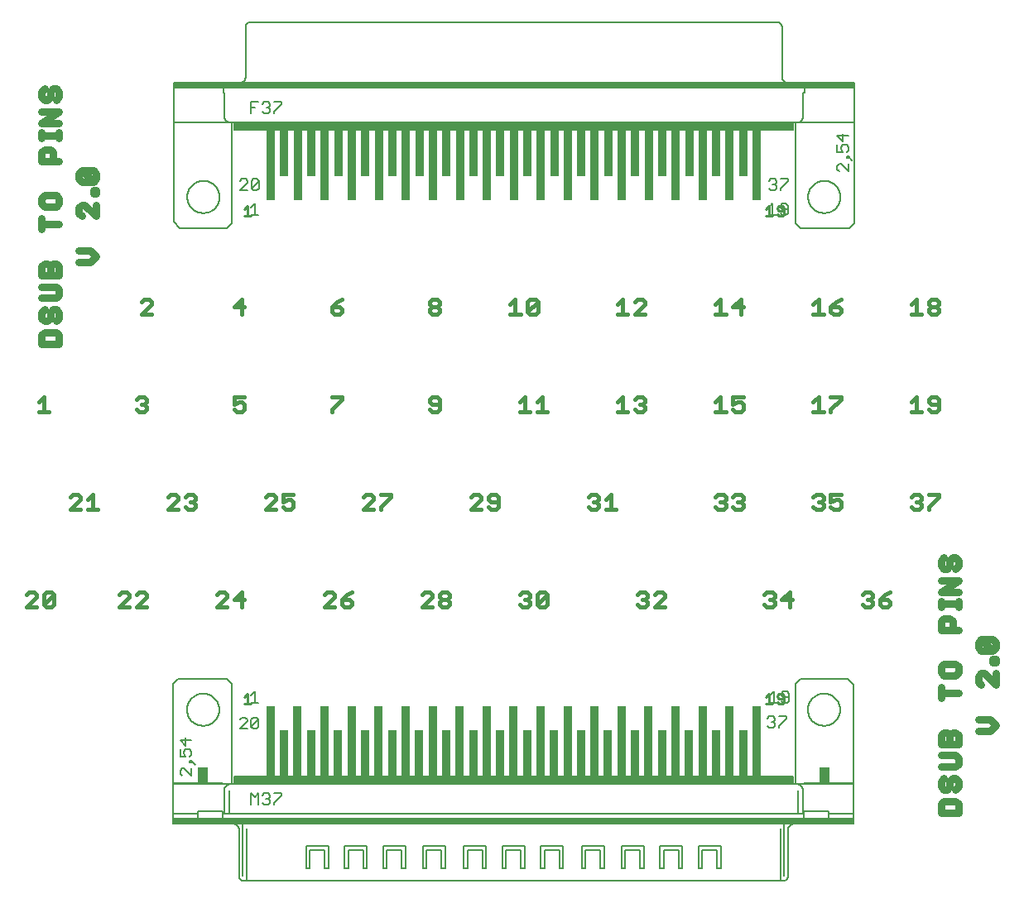
<source format=gto>
G75*
%MOIN*%
%OFA0B0*%
%FSLAX25Y25*%
%IPPOS*%
%LPD*%
%AMOC8*
5,1,8,0,0,1.08239X$1,22.5*
%
%ADD10C,0.01500*%
%ADD11C,0.01000*%
%ADD12C,0.03100*%
%ADD13C,0.00600*%
%ADD14C,0.00500*%
%ADD15R,0.01000X0.09500*%
%ADD16R,0.04000X0.06500*%
%ADD17R,2.25000X0.03000*%
%ADD18R,2.74000X0.02000*%
%ADD19R,0.03200X0.28500*%
%ADD20R,0.03200X0.18500*%
D10*
X0479664Y0111533D02*
X0483734Y0115603D01*
X0483734Y0116620D01*
X0482717Y0117638D01*
X0480682Y0117638D01*
X0479664Y0116620D01*
X0486662Y0116620D02*
X0486662Y0112550D01*
X0490732Y0116620D01*
X0490732Y0112550D01*
X0489715Y0111533D01*
X0487680Y0111533D01*
X0486662Y0112550D01*
X0483734Y0111533D02*
X0479664Y0111533D01*
X0486662Y0116620D02*
X0487680Y0117638D01*
X0489715Y0117638D01*
X0490732Y0116620D01*
X0517066Y0116620D02*
X0518083Y0117638D01*
X0520118Y0117638D01*
X0521136Y0116620D01*
X0521136Y0115603D01*
X0517066Y0111533D01*
X0521136Y0111533D01*
X0524064Y0111533D02*
X0528134Y0115603D01*
X0528134Y0116620D01*
X0527116Y0117638D01*
X0525081Y0117638D01*
X0524064Y0116620D01*
X0524064Y0111533D02*
X0528134Y0111533D01*
X0556436Y0111533D02*
X0560506Y0115603D01*
X0560506Y0116620D01*
X0559488Y0117638D01*
X0557453Y0117638D01*
X0556436Y0116620D01*
X0563434Y0114585D02*
X0567504Y0114585D01*
X0566486Y0111533D02*
X0566486Y0117638D01*
X0563434Y0114585D01*
X0560506Y0111533D02*
X0556436Y0111533D01*
X0599743Y0111533D02*
X0603813Y0115603D01*
X0603813Y0116620D01*
X0602795Y0117638D01*
X0600760Y0117638D01*
X0599743Y0116620D01*
X0606741Y0114585D02*
X0609793Y0114585D01*
X0610811Y0113568D01*
X0610811Y0112550D01*
X0609793Y0111533D01*
X0607758Y0111533D01*
X0606741Y0112550D01*
X0606741Y0114585D01*
X0608776Y0116620D01*
X0610811Y0117638D01*
X0603813Y0111533D02*
X0599743Y0111533D01*
X0639113Y0111533D02*
X0643183Y0115603D01*
X0643183Y0116620D01*
X0642166Y0117638D01*
X0640130Y0117638D01*
X0639113Y0116620D01*
X0646111Y0116620D02*
X0646111Y0115603D01*
X0647128Y0114585D01*
X0649164Y0114585D01*
X0650181Y0113568D01*
X0650181Y0112550D01*
X0649164Y0111533D01*
X0647128Y0111533D01*
X0646111Y0112550D01*
X0646111Y0113568D01*
X0647128Y0114585D01*
X0649164Y0114585D02*
X0650181Y0115603D01*
X0650181Y0116620D01*
X0649164Y0117638D01*
X0647128Y0117638D01*
X0646111Y0116620D01*
X0643183Y0111533D02*
X0639113Y0111533D01*
X0678483Y0112550D02*
X0679501Y0111533D01*
X0681536Y0111533D01*
X0682553Y0112550D01*
X0682553Y0113568D01*
X0681536Y0114585D01*
X0680518Y0114585D01*
X0681536Y0114585D02*
X0682553Y0115603D01*
X0682553Y0116620D01*
X0681536Y0117638D01*
X0679501Y0117638D01*
X0678483Y0116620D01*
X0685481Y0116620D02*
X0685481Y0112550D01*
X0689551Y0116620D01*
X0689551Y0112550D01*
X0688534Y0111533D01*
X0686499Y0111533D01*
X0685481Y0112550D01*
X0685481Y0116620D02*
X0686499Y0117638D01*
X0688534Y0117638D01*
X0689551Y0116620D01*
X0725727Y0116620D02*
X0726745Y0117638D01*
X0728780Y0117638D01*
X0729797Y0116620D01*
X0729797Y0115603D01*
X0728780Y0114585D01*
X0729797Y0113568D01*
X0729797Y0112550D01*
X0728780Y0111533D01*
X0726745Y0111533D01*
X0725727Y0112550D01*
X0727762Y0114585D02*
X0728780Y0114585D01*
X0732725Y0116620D02*
X0733743Y0117638D01*
X0735778Y0117638D01*
X0736795Y0116620D01*
X0736795Y0115603D01*
X0732725Y0111533D01*
X0736795Y0111533D01*
X0776908Y0112550D02*
X0777926Y0111533D01*
X0779961Y0111533D01*
X0780978Y0112550D01*
X0780978Y0113568D01*
X0779961Y0114585D01*
X0778943Y0114585D01*
X0779961Y0114585D02*
X0780978Y0115603D01*
X0780978Y0116620D01*
X0779961Y0117638D01*
X0777926Y0117638D01*
X0776908Y0116620D01*
X0783906Y0114585D02*
X0787976Y0114585D01*
X0786959Y0111533D02*
X0786959Y0117638D01*
X0783906Y0114585D01*
X0816278Y0112550D02*
X0817296Y0111533D01*
X0819331Y0111533D01*
X0820348Y0112550D01*
X0820348Y0113568D01*
X0819331Y0114585D01*
X0818313Y0114585D01*
X0819331Y0114585D02*
X0820348Y0115603D01*
X0820348Y0116620D01*
X0819331Y0117638D01*
X0817296Y0117638D01*
X0816278Y0116620D01*
X0823276Y0114585D02*
X0826329Y0114585D01*
X0827346Y0113568D01*
X0827346Y0112550D01*
X0826329Y0111533D01*
X0824294Y0111533D01*
X0823276Y0112550D01*
X0823276Y0114585D01*
X0825311Y0116620D01*
X0827346Y0117638D01*
X0836981Y0150903D02*
X0835963Y0151920D01*
X0836981Y0150903D02*
X0839016Y0150903D01*
X0840034Y0151920D01*
X0840034Y0152938D01*
X0839016Y0153955D01*
X0837998Y0153955D01*
X0839016Y0153955D02*
X0840034Y0154973D01*
X0840034Y0155990D01*
X0839016Y0157008D01*
X0836981Y0157008D01*
X0835963Y0155990D01*
X0842961Y0157008D02*
X0847031Y0157008D01*
X0847031Y0155990D01*
X0842961Y0151920D01*
X0842961Y0150903D01*
X0807661Y0151920D02*
X0806644Y0150903D01*
X0804609Y0150903D01*
X0803591Y0151920D01*
X0803591Y0153955D02*
X0805626Y0154973D01*
X0806644Y0154973D01*
X0807661Y0153955D01*
X0807661Y0151920D01*
X0803591Y0153955D02*
X0803591Y0157008D01*
X0807661Y0157008D01*
X0800663Y0155990D02*
X0800663Y0154973D01*
X0799646Y0153955D01*
X0800663Y0152938D01*
X0800663Y0151920D01*
X0799646Y0150903D01*
X0797611Y0150903D01*
X0796593Y0151920D01*
X0798628Y0153955D02*
X0799646Y0153955D01*
X0800663Y0155990D02*
X0799646Y0157008D01*
X0797611Y0157008D01*
X0796593Y0155990D01*
X0768291Y0155990D02*
X0768291Y0154973D01*
X0767274Y0153955D01*
X0768291Y0152938D01*
X0768291Y0151920D01*
X0767274Y0150903D01*
X0765239Y0150903D01*
X0764221Y0151920D01*
X0766256Y0153955D02*
X0767274Y0153955D01*
X0768291Y0155990D02*
X0767274Y0157008D01*
X0765239Y0157008D01*
X0764221Y0155990D01*
X0761293Y0155990D02*
X0760276Y0157008D01*
X0758241Y0157008D01*
X0757223Y0155990D01*
X0759258Y0153955D02*
X0760276Y0153955D01*
X0761293Y0152938D01*
X0761293Y0151920D01*
X0760276Y0150903D01*
X0758241Y0150903D01*
X0757223Y0151920D01*
X0760276Y0153955D02*
X0761293Y0154973D01*
X0761293Y0155990D01*
X0717110Y0150903D02*
X0713040Y0150903D01*
X0715075Y0150903D02*
X0715075Y0157008D01*
X0713040Y0154973D01*
X0710112Y0154973D02*
X0709095Y0153955D01*
X0710112Y0152938D01*
X0710112Y0151920D01*
X0709095Y0150903D01*
X0707060Y0150903D01*
X0706042Y0151920D01*
X0708077Y0153955D02*
X0709095Y0153955D01*
X0710112Y0154973D02*
X0710112Y0155990D01*
X0709095Y0157008D01*
X0707060Y0157008D01*
X0706042Y0155990D01*
X0669866Y0155990D02*
X0669866Y0151920D01*
X0668849Y0150903D01*
X0666814Y0150903D01*
X0665796Y0151920D01*
X0666814Y0153955D02*
X0665796Y0154973D01*
X0665796Y0155990D01*
X0666814Y0157008D01*
X0668849Y0157008D01*
X0669866Y0155990D01*
X0669866Y0153955D02*
X0666814Y0153955D01*
X0662868Y0154973D02*
X0658798Y0150903D01*
X0662868Y0150903D01*
X0662868Y0154973D02*
X0662868Y0155990D01*
X0661851Y0157008D01*
X0659816Y0157008D01*
X0658798Y0155990D01*
X0626559Y0155990D02*
X0622489Y0151920D01*
X0622489Y0150903D01*
X0619561Y0150903D02*
X0615491Y0150903D01*
X0619561Y0154973D01*
X0619561Y0155990D01*
X0618544Y0157008D01*
X0616508Y0157008D01*
X0615491Y0155990D01*
X0622489Y0157008D02*
X0626559Y0157008D01*
X0626559Y0155990D01*
X0587189Y0157008D02*
X0583119Y0157008D01*
X0583119Y0153955D01*
X0585154Y0154973D01*
X0586171Y0154973D01*
X0587189Y0153955D01*
X0587189Y0151920D01*
X0586171Y0150903D01*
X0584136Y0150903D01*
X0583119Y0151920D01*
X0580191Y0150903D02*
X0576121Y0150903D01*
X0580191Y0154973D01*
X0580191Y0155990D01*
X0579173Y0157008D01*
X0577138Y0157008D01*
X0576121Y0155990D01*
X0547819Y0155990D02*
X0547819Y0154973D01*
X0546801Y0153955D01*
X0547819Y0152938D01*
X0547819Y0151920D01*
X0546801Y0150903D01*
X0544766Y0150903D01*
X0543749Y0151920D01*
X0545784Y0153955D02*
X0546801Y0153955D01*
X0547819Y0155990D02*
X0546801Y0157008D01*
X0544766Y0157008D01*
X0543749Y0155990D01*
X0540821Y0155990D02*
X0539803Y0157008D01*
X0537768Y0157008D01*
X0536751Y0155990D01*
X0540821Y0155990D02*
X0540821Y0154973D01*
X0536751Y0150903D01*
X0540821Y0150903D01*
X0508449Y0150903D02*
X0504379Y0150903D01*
X0506414Y0150903D02*
X0506414Y0157008D01*
X0504379Y0154973D01*
X0501451Y0154973D02*
X0501451Y0155990D01*
X0500433Y0157008D01*
X0498398Y0157008D01*
X0497381Y0155990D01*
X0501451Y0154973D02*
X0497381Y0150903D01*
X0501451Y0150903D01*
X0488764Y0190273D02*
X0484694Y0190273D01*
X0486729Y0190273D02*
X0486729Y0196378D01*
X0484694Y0194343D01*
X0524064Y0195361D02*
X0525081Y0196378D01*
X0527116Y0196378D01*
X0528134Y0195361D01*
X0528134Y0194343D01*
X0527116Y0193325D01*
X0528134Y0192308D01*
X0528134Y0191290D01*
X0527116Y0190273D01*
X0525081Y0190273D01*
X0524064Y0191290D01*
X0525081Y0190273D01*
X0527116Y0190273D01*
X0528134Y0191290D01*
X0528134Y0192308D01*
X0527116Y0193325D01*
X0526099Y0193325D01*
X0527116Y0193325D01*
X0528134Y0194343D01*
X0528134Y0195361D01*
X0527116Y0196378D01*
X0525081Y0196378D01*
X0524064Y0195361D01*
X0563434Y0196378D02*
X0563434Y0193325D01*
X0565469Y0194343D01*
X0566486Y0194343D01*
X0567504Y0193325D01*
X0567504Y0191290D01*
X0566486Y0190273D01*
X0564451Y0190273D01*
X0563434Y0191290D01*
X0563434Y0196378D02*
X0567504Y0196378D01*
X0602804Y0196378D02*
X0606874Y0196378D01*
X0606874Y0195361D01*
X0602804Y0191290D01*
X0602804Y0190273D01*
X0642174Y0191290D02*
X0643191Y0190273D01*
X0645227Y0190273D01*
X0646244Y0191290D01*
X0646244Y0195361D01*
X0645227Y0196378D01*
X0643191Y0196378D01*
X0642174Y0195361D01*
X0642174Y0194343D01*
X0643191Y0193325D01*
X0646244Y0193325D01*
X0678483Y0194343D02*
X0680518Y0196378D01*
X0680518Y0190273D01*
X0678483Y0190273D02*
X0682553Y0190273D01*
X0685481Y0190273D02*
X0689551Y0190273D01*
X0687516Y0190273D02*
X0687516Y0196378D01*
X0685481Y0194343D01*
X0717853Y0194343D02*
X0719888Y0196378D01*
X0719888Y0190273D01*
X0717853Y0190273D02*
X0721923Y0190273D01*
X0724851Y0191290D02*
X0725869Y0190273D01*
X0727904Y0190273D01*
X0728921Y0191290D01*
X0728921Y0192308D01*
X0727904Y0193325D01*
X0726886Y0193325D01*
X0727904Y0193325D02*
X0728921Y0194343D01*
X0728921Y0195361D01*
X0727904Y0196378D01*
X0725869Y0196378D01*
X0724851Y0195361D01*
X0757223Y0194343D02*
X0759258Y0196378D01*
X0759258Y0190273D01*
X0757223Y0190273D02*
X0761293Y0190273D01*
X0764221Y0191290D02*
X0765239Y0190273D01*
X0767274Y0190273D01*
X0768291Y0191290D01*
X0768291Y0193325D01*
X0767274Y0194343D01*
X0766256Y0194343D01*
X0764221Y0193325D01*
X0764221Y0196378D01*
X0768291Y0196378D01*
X0796593Y0194343D02*
X0798628Y0196378D01*
X0798628Y0190273D01*
X0796593Y0190273D02*
X0800663Y0190273D01*
X0803591Y0190273D02*
X0803591Y0191290D01*
X0807661Y0195361D01*
X0807661Y0196378D01*
X0803591Y0196378D01*
X0835963Y0194343D02*
X0837998Y0196378D01*
X0837998Y0190273D01*
X0835963Y0190273D02*
X0840034Y0190273D01*
X0842961Y0191290D02*
X0843979Y0190273D01*
X0846014Y0190273D01*
X0847031Y0191290D01*
X0847031Y0195361D01*
X0846014Y0196378D01*
X0843979Y0196378D01*
X0842961Y0195361D01*
X0842961Y0194343D01*
X0843979Y0193325D01*
X0847031Y0193325D01*
X0846014Y0229643D02*
X0843979Y0229643D01*
X0842961Y0230660D01*
X0842961Y0231678D01*
X0843979Y0232696D01*
X0846014Y0232696D01*
X0847031Y0231678D01*
X0847031Y0230660D01*
X0846014Y0229643D01*
X0843979Y0229643D01*
X0842961Y0230660D01*
X0842961Y0231678D01*
X0843979Y0232696D01*
X0842961Y0233713D01*
X0842961Y0234731D01*
X0843979Y0235748D01*
X0846014Y0235748D01*
X0847031Y0234731D01*
X0847031Y0233713D01*
X0846014Y0232696D01*
X0843979Y0232696D01*
X0842961Y0233713D01*
X0842961Y0234731D01*
X0843979Y0235748D01*
X0846014Y0235748D01*
X0847031Y0234731D01*
X0847031Y0233713D01*
X0846014Y0232696D01*
X0847031Y0231678D01*
X0847031Y0230660D01*
X0846014Y0229643D01*
X0840034Y0229643D02*
X0835963Y0229643D01*
X0840034Y0229643D01*
X0837998Y0229643D02*
X0837998Y0235748D01*
X0835963Y0233713D01*
X0837998Y0235748D01*
X0837998Y0229643D01*
X0807661Y0230660D02*
X0807661Y0231678D01*
X0806644Y0232696D01*
X0803591Y0232696D01*
X0803591Y0230660D01*
X0804609Y0229643D01*
X0806644Y0229643D01*
X0807661Y0230660D01*
X0803591Y0232696D02*
X0805626Y0234731D01*
X0807661Y0235748D01*
X0798628Y0235748D02*
X0798628Y0229643D01*
X0796593Y0229643D02*
X0800663Y0229643D01*
X0796593Y0233713D02*
X0798628Y0235748D01*
X0768291Y0232696D02*
X0764221Y0232696D01*
X0767274Y0235748D01*
X0767274Y0229643D01*
X0761293Y0229643D02*
X0757223Y0229643D01*
X0759258Y0229643D02*
X0759258Y0235748D01*
X0757223Y0233713D01*
X0728921Y0233713D02*
X0728921Y0234731D01*
X0727904Y0235748D01*
X0725869Y0235748D01*
X0724851Y0234731D01*
X0728921Y0233713D02*
X0724851Y0229643D01*
X0728921Y0229643D01*
X0721923Y0229643D02*
X0717853Y0229643D01*
X0719888Y0229643D02*
X0719888Y0235748D01*
X0717853Y0233713D01*
X0685614Y0234731D02*
X0685614Y0230660D01*
X0684597Y0229643D01*
X0682562Y0229643D01*
X0681544Y0230660D01*
X0685614Y0234731D01*
X0684597Y0235748D01*
X0682562Y0235748D01*
X0681544Y0234731D01*
X0681544Y0230660D01*
X0678616Y0229643D02*
X0674546Y0229643D01*
X0676581Y0229643D02*
X0676581Y0235748D01*
X0674546Y0233713D01*
X0646244Y0233713D02*
X0645227Y0232696D01*
X0643191Y0232696D01*
X0642174Y0233713D01*
X0642174Y0234731D01*
X0643191Y0235748D01*
X0645227Y0235748D01*
X0646244Y0234731D01*
X0646244Y0233713D01*
X0645227Y0232696D02*
X0646244Y0231678D01*
X0646244Y0230660D01*
X0645227Y0229643D01*
X0643191Y0229643D01*
X0642174Y0230660D01*
X0642174Y0231678D01*
X0643191Y0232696D01*
X0606874Y0231678D02*
X0605856Y0232696D01*
X0602804Y0232696D01*
X0602804Y0230660D01*
X0603821Y0229643D01*
X0605856Y0229643D01*
X0606874Y0230660D01*
X0606874Y0231678D01*
X0605856Y0232696D01*
X0602804Y0232696D01*
X0604839Y0234731D01*
X0606874Y0235748D01*
X0604839Y0234731D01*
X0602804Y0232696D01*
X0602804Y0230660D01*
X0603821Y0229643D01*
X0605856Y0229643D01*
X0606874Y0230660D01*
X0606874Y0231678D01*
X0567504Y0232696D02*
X0563434Y0232696D01*
X0566486Y0235748D01*
X0566486Y0229643D01*
X0530102Y0229643D02*
X0526032Y0229643D01*
X0530102Y0233713D01*
X0530102Y0234731D01*
X0529085Y0235748D01*
X0527050Y0235748D01*
X0526032Y0234731D01*
D11*
X0567546Y0269394D02*
X0570215Y0269394D01*
X0568881Y0269394D02*
X0568881Y0273398D01*
X0567546Y0272063D01*
X0777509Y0272063D02*
X0778844Y0273398D01*
X0778844Y0269394D01*
X0780178Y0269394D02*
X0777509Y0269394D01*
X0782113Y0270062D02*
X0782780Y0269394D01*
X0784115Y0269394D01*
X0784782Y0270062D01*
X0784782Y0272731D01*
X0784115Y0273398D01*
X0782780Y0273398D01*
X0782113Y0272731D01*
X0782113Y0272063D01*
X0782780Y0271396D01*
X0784782Y0271396D01*
X0784115Y0076548D02*
X0782780Y0076548D01*
X0782113Y0075880D01*
X0782113Y0075213D01*
X0782780Y0074546D01*
X0784782Y0074546D01*
X0784782Y0075880D02*
X0784115Y0076548D01*
X0784782Y0075880D02*
X0784782Y0073211D01*
X0784115Y0072544D01*
X0782780Y0072544D01*
X0782113Y0073211D01*
X0780178Y0072544D02*
X0777509Y0072544D01*
X0778844Y0072544D02*
X0778844Y0076548D01*
X0777509Y0075213D01*
X0570215Y0072544D02*
X0567546Y0072544D01*
X0568881Y0072544D02*
X0568881Y0076548D01*
X0567546Y0075213D01*
D12*
X0492797Y0217795D02*
X0485891Y0217795D01*
X0485891Y0221248D01*
X0487042Y0222399D01*
X0491646Y0222399D01*
X0492797Y0221248D01*
X0492797Y0217795D01*
X0491646Y0227003D02*
X0492797Y0228154D01*
X0492797Y0230456D01*
X0491646Y0231607D01*
X0490495Y0231607D01*
X0489344Y0230456D01*
X0489344Y0228154D01*
X0488193Y0227003D01*
X0487042Y0227003D01*
X0485891Y0228154D01*
X0485891Y0230456D01*
X0487042Y0231607D01*
X0485891Y0236211D02*
X0491646Y0236211D01*
X0492797Y0237362D01*
X0492797Y0239664D01*
X0491646Y0240815D01*
X0485891Y0240815D01*
X0485891Y0245418D02*
X0485891Y0248871D01*
X0487042Y0250022D01*
X0488193Y0250022D01*
X0489344Y0248871D01*
X0489344Y0245418D01*
X0492797Y0245418D02*
X0485891Y0245418D01*
X0489344Y0248871D02*
X0490495Y0250022D01*
X0491646Y0250022D01*
X0492797Y0248871D01*
X0492797Y0245418D01*
X0500891Y0250790D02*
X0505495Y0250790D01*
X0507797Y0253092D01*
X0505495Y0255394D01*
X0500891Y0255394D01*
X0485891Y0263834D02*
X0485891Y0268438D01*
X0485891Y0266136D02*
X0492797Y0266136D01*
X0491646Y0273042D02*
X0487042Y0273042D01*
X0485891Y0274193D01*
X0485891Y0276495D01*
X0487042Y0277646D01*
X0491646Y0277646D01*
X0492797Y0276495D01*
X0492797Y0274193D01*
X0491646Y0273042D01*
X0500891Y0272658D02*
X0502042Y0273809D01*
X0503193Y0273809D01*
X0507797Y0269205D01*
X0507797Y0273809D01*
X0507797Y0278413D02*
X0507797Y0279564D01*
X0506646Y0279564D01*
X0506646Y0278413D01*
X0507797Y0278413D01*
X0506646Y0283017D02*
X0502042Y0287621D01*
X0506646Y0287621D01*
X0507797Y0286470D01*
X0507797Y0284168D01*
X0506646Y0283017D01*
X0502042Y0283017D01*
X0500891Y0284168D01*
X0500891Y0286470D01*
X0502042Y0287621D01*
X0492797Y0291458D02*
X0485891Y0291458D01*
X0485891Y0294911D01*
X0487042Y0296062D01*
X0489344Y0296062D01*
X0490495Y0294911D01*
X0490495Y0291458D01*
X0492797Y0300666D02*
X0492797Y0302968D01*
X0492797Y0301817D02*
X0485891Y0301817D01*
X0485891Y0300666D02*
X0485891Y0302968D01*
X0485891Y0306804D02*
X0492797Y0311408D01*
X0485891Y0311408D01*
X0485891Y0306804D02*
X0492797Y0306804D01*
X0491646Y0316012D02*
X0492797Y0317163D01*
X0492797Y0319465D01*
X0491646Y0320616D01*
X0490495Y0320616D01*
X0489344Y0319465D01*
X0489344Y0317163D01*
X0488193Y0316012D01*
X0487042Y0316012D01*
X0485891Y0317163D01*
X0485891Y0319465D01*
X0487042Y0320616D01*
X0500891Y0272658D02*
X0500891Y0270356D01*
X0502042Y0269205D01*
X0848096Y0130489D02*
X0848096Y0128187D01*
X0849247Y0127036D01*
X0850398Y0127036D01*
X0851549Y0128187D01*
X0851549Y0130489D01*
X0852700Y0131640D01*
X0853851Y0131640D01*
X0855002Y0130489D01*
X0855002Y0128187D01*
X0853851Y0127036D01*
X0855002Y0122432D02*
X0848096Y0122432D01*
X0848096Y0117828D02*
X0855002Y0122432D01*
X0855002Y0117828D02*
X0848096Y0117828D01*
X0848096Y0113991D02*
X0848096Y0111689D01*
X0848096Y0112840D02*
X0855002Y0112840D01*
X0855002Y0111689D02*
X0855002Y0113991D01*
X0851549Y0107085D02*
X0849247Y0107085D01*
X0848096Y0105934D01*
X0848096Y0102481D01*
X0855002Y0102481D01*
X0852700Y0102481D02*
X0852700Y0105934D01*
X0851549Y0107085D01*
X0863096Y0097494D02*
X0864247Y0098645D01*
X0868851Y0094041D01*
X0870002Y0095192D01*
X0870002Y0097494D01*
X0868851Y0098645D01*
X0864247Y0098645D01*
X0863096Y0097494D02*
X0863096Y0095192D01*
X0864247Y0094041D01*
X0868851Y0094041D01*
X0868851Y0090588D02*
X0870002Y0090588D01*
X0870002Y0089437D01*
X0868851Y0089437D01*
X0868851Y0090588D01*
X0870002Y0084833D02*
X0870002Y0080229D01*
X0865398Y0084833D01*
X0864247Y0084833D01*
X0863096Y0083682D01*
X0863096Y0081380D01*
X0864247Y0080229D01*
X0855002Y0077160D02*
X0848096Y0077160D01*
X0848096Y0074858D02*
X0848096Y0079462D01*
X0849247Y0084066D02*
X0853851Y0084066D01*
X0855002Y0085217D01*
X0855002Y0087519D01*
X0853851Y0088670D01*
X0849247Y0088670D01*
X0848096Y0087519D01*
X0848096Y0085217D01*
X0849247Y0084066D01*
X0863096Y0066417D02*
X0867700Y0066417D01*
X0870002Y0064115D01*
X0867700Y0061813D01*
X0863096Y0061813D01*
X0855002Y0059895D02*
X0855002Y0056442D01*
X0848096Y0056442D01*
X0848096Y0059895D01*
X0849247Y0061046D01*
X0850398Y0061046D01*
X0851549Y0059895D01*
X0851549Y0056442D01*
X0851549Y0059895D02*
X0852700Y0061046D01*
X0853851Y0061046D01*
X0855002Y0059895D01*
X0853851Y0051838D02*
X0848096Y0051838D01*
X0848096Y0047234D02*
X0853851Y0047234D01*
X0855002Y0048385D01*
X0855002Y0050687D01*
X0853851Y0051838D01*
X0853851Y0042630D02*
X0855002Y0041479D01*
X0855002Y0039177D01*
X0853851Y0038026D01*
X0851549Y0039177D02*
X0851549Y0041479D01*
X0852700Y0042630D01*
X0853851Y0042630D01*
X0851549Y0039177D02*
X0850398Y0038026D01*
X0849247Y0038026D01*
X0848096Y0039177D01*
X0848096Y0041479D01*
X0849247Y0042630D01*
X0849247Y0033422D02*
X0848096Y0032271D01*
X0848096Y0028819D01*
X0855002Y0028819D01*
X0855002Y0032271D01*
X0853851Y0033422D01*
X0849247Y0033422D01*
X0848096Y0130489D02*
X0849247Y0131640D01*
D13*
X0810402Y0082800D02*
X0791402Y0082800D01*
X0789402Y0080800D01*
X0789402Y0040300D01*
X0788402Y0040300D01*
X0563402Y0040300D01*
X0562402Y0040300D01*
X0562402Y0080800D01*
X0560402Y0082800D01*
X0540902Y0082800D01*
X0538902Y0080800D01*
X0538902Y0040800D01*
X0558902Y0040800D01*
X0558902Y0040300D01*
X0538902Y0040300D01*
X0538902Y0040800D01*
X0538902Y0040300D02*
X0538902Y0028300D01*
X0548902Y0028300D01*
X0548902Y0029300D01*
X0558902Y0029300D01*
X0558902Y0028300D01*
X0559402Y0028300D01*
X0559402Y0037800D01*
X0559404Y0037898D01*
X0559410Y0037996D01*
X0559419Y0038094D01*
X0559433Y0038191D01*
X0559450Y0038288D01*
X0559471Y0038384D01*
X0559496Y0038479D01*
X0559524Y0038573D01*
X0559557Y0038665D01*
X0559592Y0038757D01*
X0559632Y0038847D01*
X0559674Y0038935D01*
X0559721Y0039022D01*
X0559770Y0039106D01*
X0559823Y0039189D01*
X0559879Y0039269D01*
X0559939Y0039348D01*
X0560001Y0039424D01*
X0560066Y0039497D01*
X0560134Y0039568D01*
X0560205Y0039636D01*
X0560278Y0039701D01*
X0560354Y0039763D01*
X0560433Y0039823D01*
X0560513Y0039879D01*
X0560596Y0039932D01*
X0560680Y0039981D01*
X0560767Y0040028D01*
X0560855Y0040070D01*
X0560945Y0040110D01*
X0561037Y0040145D01*
X0561129Y0040178D01*
X0561223Y0040206D01*
X0561318Y0040231D01*
X0561414Y0040252D01*
X0561511Y0040269D01*
X0561608Y0040283D01*
X0561706Y0040292D01*
X0561804Y0040298D01*
X0561902Y0040300D01*
X0562402Y0040300D02*
X0558902Y0040300D01*
X0563402Y0040300D02*
X0563402Y0043300D01*
X0788402Y0043300D01*
X0788402Y0040300D01*
X0789402Y0040300D02*
X0792902Y0040300D01*
X0792902Y0040800D01*
X0812902Y0040800D01*
X0812902Y0080300D01*
X0810402Y0082800D01*
X0794402Y0070300D02*
X0794404Y0070461D01*
X0794410Y0070621D01*
X0794420Y0070782D01*
X0794434Y0070942D01*
X0794452Y0071102D01*
X0794473Y0071261D01*
X0794499Y0071420D01*
X0794529Y0071578D01*
X0794562Y0071735D01*
X0794600Y0071892D01*
X0794641Y0072047D01*
X0794686Y0072201D01*
X0794735Y0072354D01*
X0794788Y0072506D01*
X0794844Y0072657D01*
X0794905Y0072806D01*
X0794968Y0072954D01*
X0795036Y0073100D01*
X0795107Y0073244D01*
X0795181Y0073386D01*
X0795259Y0073527D01*
X0795341Y0073665D01*
X0795426Y0073802D01*
X0795514Y0073936D01*
X0795606Y0074068D01*
X0795701Y0074198D01*
X0795799Y0074326D01*
X0795900Y0074451D01*
X0796004Y0074573D01*
X0796111Y0074693D01*
X0796221Y0074810D01*
X0796334Y0074925D01*
X0796450Y0075036D01*
X0796569Y0075145D01*
X0796690Y0075250D01*
X0796814Y0075353D01*
X0796940Y0075453D01*
X0797068Y0075549D01*
X0797199Y0075642D01*
X0797333Y0075732D01*
X0797468Y0075819D01*
X0797606Y0075902D01*
X0797745Y0075982D01*
X0797887Y0076058D01*
X0798030Y0076131D01*
X0798175Y0076200D01*
X0798322Y0076266D01*
X0798470Y0076328D01*
X0798620Y0076386D01*
X0798771Y0076441D01*
X0798924Y0076492D01*
X0799078Y0076539D01*
X0799233Y0076582D01*
X0799389Y0076621D01*
X0799545Y0076657D01*
X0799703Y0076688D01*
X0799861Y0076716D01*
X0800020Y0076740D01*
X0800180Y0076760D01*
X0800340Y0076776D01*
X0800500Y0076788D01*
X0800661Y0076796D01*
X0800822Y0076800D01*
X0800982Y0076800D01*
X0801143Y0076796D01*
X0801304Y0076788D01*
X0801464Y0076776D01*
X0801624Y0076760D01*
X0801784Y0076740D01*
X0801943Y0076716D01*
X0802101Y0076688D01*
X0802259Y0076657D01*
X0802415Y0076621D01*
X0802571Y0076582D01*
X0802726Y0076539D01*
X0802880Y0076492D01*
X0803033Y0076441D01*
X0803184Y0076386D01*
X0803334Y0076328D01*
X0803482Y0076266D01*
X0803629Y0076200D01*
X0803774Y0076131D01*
X0803917Y0076058D01*
X0804059Y0075982D01*
X0804198Y0075902D01*
X0804336Y0075819D01*
X0804471Y0075732D01*
X0804605Y0075642D01*
X0804736Y0075549D01*
X0804864Y0075453D01*
X0804990Y0075353D01*
X0805114Y0075250D01*
X0805235Y0075145D01*
X0805354Y0075036D01*
X0805470Y0074925D01*
X0805583Y0074810D01*
X0805693Y0074693D01*
X0805800Y0074573D01*
X0805904Y0074451D01*
X0806005Y0074326D01*
X0806103Y0074198D01*
X0806198Y0074068D01*
X0806290Y0073936D01*
X0806378Y0073802D01*
X0806463Y0073665D01*
X0806545Y0073527D01*
X0806623Y0073386D01*
X0806697Y0073244D01*
X0806768Y0073100D01*
X0806836Y0072954D01*
X0806899Y0072806D01*
X0806960Y0072657D01*
X0807016Y0072506D01*
X0807069Y0072354D01*
X0807118Y0072201D01*
X0807163Y0072047D01*
X0807204Y0071892D01*
X0807242Y0071735D01*
X0807275Y0071578D01*
X0807305Y0071420D01*
X0807331Y0071261D01*
X0807352Y0071102D01*
X0807370Y0070942D01*
X0807384Y0070782D01*
X0807394Y0070621D01*
X0807400Y0070461D01*
X0807402Y0070300D01*
X0807400Y0070139D01*
X0807394Y0069979D01*
X0807384Y0069818D01*
X0807370Y0069658D01*
X0807352Y0069498D01*
X0807331Y0069339D01*
X0807305Y0069180D01*
X0807275Y0069022D01*
X0807242Y0068865D01*
X0807204Y0068708D01*
X0807163Y0068553D01*
X0807118Y0068399D01*
X0807069Y0068246D01*
X0807016Y0068094D01*
X0806960Y0067943D01*
X0806899Y0067794D01*
X0806836Y0067646D01*
X0806768Y0067500D01*
X0806697Y0067356D01*
X0806623Y0067214D01*
X0806545Y0067073D01*
X0806463Y0066935D01*
X0806378Y0066798D01*
X0806290Y0066664D01*
X0806198Y0066532D01*
X0806103Y0066402D01*
X0806005Y0066274D01*
X0805904Y0066149D01*
X0805800Y0066027D01*
X0805693Y0065907D01*
X0805583Y0065790D01*
X0805470Y0065675D01*
X0805354Y0065564D01*
X0805235Y0065455D01*
X0805114Y0065350D01*
X0804990Y0065247D01*
X0804864Y0065147D01*
X0804736Y0065051D01*
X0804605Y0064958D01*
X0804471Y0064868D01*
X0804336Y0064781D01*
X0804198Y0064698D01*
X0804059Y0064618D01*
X0803917Y0064542D01*
X0803774Y0064469D01*
X0803629Y0064400D01*
X0803482Y0064334D01*
X0803334Y0064272D01*
X0803184Y0064214D01*
X0803033Y0064159D01*
X0802880Y0064108D01*
X0802726Y0064061D01*
X0802571Y0064018D01*
X0802415Y0063979D01*
X0802259Y0063943D01*
X0802101Y0063912D01*
X0801943Y0063884D01*
X0801784Y0063860D01*
X0801624Y0063840D01*
X0801464Y0063824D01*
X0801304Y0063812D01*
X0801143Y0063804D01*
X0800982Y0063800D01*
X0800822Y0063800D01*
X0800661Y0063804D01*
X0800500Y0063812D01*
X0800340Y0063824D01*
X0800180Y0063840D01*
X0800020Y0063860D01*
X0799861Y0063884D01*
X0799703Y0063912D01*
X0799545Y0063943D01*
X0799389Y0063979D01*
X0799233Y0064018D01*
X0799078Y0064061D01*
X0798924Y0064108D01*
X0798771Y0064159D01*
X0798620Y0064214D01*
X0798470Y0064272D01*
X0798322Y0064334D01*
X0798175Y0064400D01*
X0798030Y0064469D01*
X0797887Y0064542D01*
X0797745Y0064618D01*
X0797606Y0064698D01*
X0797468Y0064781D01*
X0797333Y0064868D01*
X0797199Y0064958D01*
X0797068Y0065051D01*
X0796940Y0065147D01*
X0796814Y0065247D01*
X0796690Y0065350D01*
X0796569Y0065455D01*
X0796450Y0065564D01*
X0796334Y0065675D01*
X0796221Y0065790D01*
X0796111Y0065907D01*
X0796004Y0066027D01*
X0795900Y0066149D01*
X0795799Y0066274D01*
X0795701Y0066402D01*
X0795606Y0066532D01*
X0795514Y0066664D01*
X0795426Y0066798D01*
X0795341Y0066935D01*
X0795259Y0067073D01*
X0795181Y0067214D01*
X0795107Y0067356D01*
X0795036Y0067500D01*
X0794968Y0067646D01*
X0794905Y0067794D01*
X0794844Y0067943D01*
X0794788Y0068094D01*
X0794735Y0068246D01*
X0794686Y0068399D01*
X0794641Y0068553D01*
X0794600Y0068708D01*
X0794562Y0068865D01*
X0794529Y0069022D01*
X0794499Y0069180D01*
X0794473Y0069339D01*
X0794452Y0069498D01*
X0794434Y0069658D01*
X0794420Y0069818D01*
X0794410Y0069979D01*
X0794404Y0070139D01*
X0794402Y0070300D01*
X0812902Y0040800D02*
X0812902Y0040300D01*
X0812902Y0028300D01*
X0812902Y0026300D01*
X0802902Y0026300D01*
X0802902Y0028300D01*
X0802902Y0029300D01*
X0792902Y0029300D01*
X0792902Y0028300D01*
X0792402Y0028300D01*
X0792402Y0037800D01*
X0792400Y0037898D01*
X0792394Y0037996D01*
X0792385Y0038094D01*
X0792371Y0038191D01*
X0792354Y0038288D01*
X0792333Y0038384D01*
X0792308Y0038479D01*
X0792280Y0038573D01*
X0792247Y0038665D01*
X0792212Y0038757D01*
X0792172Y0038847D01*
X0792130Y0038935D01*
X0792083Y0039022D01*
X0792034Y0039106D01*
X0791981Y0039189D01*
X0791925Y0039269D01*
X0791865Y0039348D01*
X0791803Y0039424D01*
X0791738Y0039497D01*
X0791670Y0039568D01*
X0791599Y0039636D01*
X0791526Y0039701D01*
X0791450Y0039763D01*
X0791371Y0039823D01*
X0791291Y0039879D01*
X0791208Y0039932D01*
X0791124Y0039981D01*
X0791037Y0040028D01*
X0790949Y0040070D01*
X0790859Y0040110D01*
X0790767Y0040145D01*
X0790675Y0040178D01*
X0790581Y0040206D01*
X0790486Y0040231D01*
X0790390Y0040252D01*
X0790293Y0040269D01*
X0790196Y0040283D01*
X0790098Y0040292D01*
X0790000Y0040298D01*
X0789902Y0040300D01*
X0792902Y0040300D02*
X0812902Y0040300D01*
X0812902Y0028300D02*
X0802902Y0028300D01*
X0802902Y0026300D02*
X0792902Y0026300D01*
X0558902Y0026300D01*
X0558902Y0028300D01*
X0559402Y0028300D02*
X0792402Y0028300D01*
X0792902Y0028300D02*
X0792902Y0026300D01*
X0788902Y0024300D02*
X0788804Y0024298D01*
X0788706Y0024292D01*
X0788608Y0024283D01*
X0788511Y0024269D01*
X0788414Y0024252D01*
X0788318Y0024231D01*
X0788223Y0024206D01*
X0788129Y0024178D01*
X0788037Y0024145D01*
X0787945Y0024110D01*
X0787855Y0024070D01*
X0787767Y0024028D01*
X0787680Y0023981D01*
X0787596Y0023932D01*
X0787513Y0023879D01*
X0787433Y0023823D01*
X0787354Y0023763D01*
X0787278Y0023701D01*
X0787205Y0023636D01*
X0787134Y0023568D01*
X0787066Y0023497D01*
X0787001Y0023424D01*
X0786939Y0023348D01*
X0786879Y0023269D01*
X0786823Y0023189D01*
X0786770Y0023106D01*
X0786721Y0023022D01*
X0786674Y0022935D01*
X0786632Y0022847D01*
X0786592Y0022757D01*
X0786557Y0022665D01*
X0786524Y0022573D01*
X0786496Y0022479D01*
X0786471Y0022384D01*
X0786450Y0022288D01*
X0786433Y0022191D01*
X0786419Y0022094D01*
X0786410Y0021996D01*
X0786404Y0021898D01*
X0786402Y0021800D01*
X0786402Y0003300D01*
X0784902Y0003300D02*
X0784902Y0024300D01*
X0812902Y0024300D01*
X0812902Y0026300D01*
X0784902Y0024300D02*
X0566902Y0024300D01*
X0538902Y0024300D01*
X0538902Y0026300D01*
X0548902Y0026300D01*
X0558902Y0026300D01*
X0562902Y0024300D02*
X0563000Y0024298D01*
X0563098Y0024292D01*
X0563196Y0024283D01*
X0563293Y0024269D01*
X0563390Y0024252D01*
X0563486Y0024231D01*
X0563581Y0024206D01*
X0563675Y0024178D01*
X0563767Y0024145D01*
X0563859Y0024110D01*
X0563949Y0024070D01*
X0564037Y0024028D01*
X0564124Y0023981D01*
X0564208Y0023932D01*
X0564291Y0023879D01*
X0564371Y0023823D01*
X0564450Y0023763D01*
X0564526Y0023701D01*
X0564599Y0023636D01*
X0564670Y0023568D01*
X0564738Y0023497D01*
X0564803Y0023424D01*
X0564865Y0023348D01*
X0564925Y0023269D01*
X0564981Y0023189D01*
X0565034Y0023106D01*
X0565083Y0023022D01*
X0565130Y0022935D01*
X0565172Y0022847D01*
X0565212Y0022757D01*
X0565247Y0022665D01*
X0565280Y0022573D01*
X0565308Y0022479D01*
X0565333Y0022384D01*
X0565354Y0022288D01*
X0565371Y0022191D01*
X0565385Y0022094D01*
X0565394Y0021996D01*
X0565400Y0021898D01*
X0565402Y0021800D01*
X0565402Y0003300D01*
X0566902Y0003300D02*
X0566902Y0024300D01*
X0568402Y0022300D02*
X0568402Y0001300D01*
X0783402Y0001300D01*
X0783402Y0022300D01*
X0759402Y0015300D02*
X0759402Y0006300D01*
X0757902Y0006300D01*
X0757902Y0013800D01*
X0751902Y0013800D01*
X0751902Y0006300D01*
X0750402Y0006300D01*
X0750402Y0015300D01*
X0759402Y0015300D01*
X0743902Y0015300D02*
X0743902Y0006300D01*
X0742402Y0006300D01*
X0742402Y0013800D01*
X0736402Y0013800D01*
X0736402Y0006300D01*
X0734902Y0006300D01*
X0734902Y0015300D01*
X0743902Y0015300D01*
X0728402Y0015300D02*
X0728402Y0006300D01*
X0726902Y0006300D01*
X0726902Y0013800D01*
X0720902Y0013800D01*
X0720902Y0006300D01*
X0719402Y0006300D01*
X0719402Y0015300D01*
X0728402Y0015300D01*
X0712402Y0015300D02*
X0712402Y0006300D01*
X0710902Y0006300D01*
X0710902Y0013800D01*
X0704902Y0013800D01*
X0704902Y0006300D01*
X0703402Y0006300D01*
X0703402Y0015300D01*
X0712402Y0015300D01*
X0695902Y0015300D02*
X0695902Y0006300D01*
X0694402Y0006300D01*
X0694402Y0013800D01*
X0688402Y0013800D01*
X0688402Y0006300D01*
X0686902Y0006300D01*
X0686902Y0015300D01*
X0695902Y0015300D01*
X0680402Y0015300D02*
X0680402Y0006300D01*
X0678902Y0006300D01*
X0678902Y0013800D01*
X0672902Y0013800D01*
X0672902Y0006300D01*
X0671402Y0006300D01*
X0671402Y0015300D01*
X0680402Y0015300D01*
X0664902Y0015300D02*
X0664902Y0006300D01*
X0663402Y0006300D01*
X0663402Y0013800D01*
X0657402Y0013800D01*
X0657402Y0006300D01*
X0655902Y0006300D01*
X0655902Y0015300D01*
X0664902Y0015300D01*
X0648402Y0015300D02*
X0648402Y0006300D01*
X0646902Y0006300D01*
X0646902Y0013800D01*
X0640902Y0013800D01*
X0640902Y0006300D01*
X0639402Y0006300D01*
X0639402Y0015300D01*
X0648402Y0015300D01*
X0632402Y0015300D02*
X0632402Y0006300D01*
X0630902Y0006300D01*
X0630902Y0013800D01*
X0624902Y0013800D01*
X0624902Y0006300D01*
X0623402Y0006300D01*
X0623402Y0015300D01*
X0632402Y0015300D01*
X0616902Y0015300D02*
X0616902Y0006300D01*
X0615402Y0006300D01*
X0615402Y0013800D01*
X0609402Y0013800D01*
X0609402Y0006300D01*
X0607902Y0006300D01*
X0607902Y0015300D01*
X0616902Y0015300D01*
X0601402Y0015300D02*
X0601402Y0006300D01*
X0599902Y0006300D01*
X0599902Y0013800D01*
X0593902Y0013800D01*
X0593902Y0006300D01*
X0592402Y0006300D01*
X0592402Y0015300D01*
X0601402Y0015300D01*
X0568402Y0001300D02*
X0567402Y0001300D01*
X0567315Y0001302D01*
X0567228Y0001308D01*
X0567141Y0001317D01*
X0567055Y0001330D01*
X0566969Y0001347D01*
X0566884Y0001368D01*
X0566801Y0001393D01*
X0566718Y0001421D01*
X0566637Y0001452D01*
X0566557Y0001487D01*
X0566479Y0001526D01*
X0566402Y0001568D01*
X0566327Y0001613D01*
X0566255Y0001662D01*
X0566184Y0001713D01*
X0566116Y0001768D01*
X0566051Y0001825D01*
X0565988Y0001886D01*
X0565927Y0001949D01*
X0565870Y0002014D01*
X0565815Y0002082D01*
X0565764Y0002153D01*
X0565715Y0002225D01*
X0565670Y0002300D01*
X0565628Y0002377D01*
X0565589Y0002455D01*
X0565554Y0002535D01*
X0565523Y0002616D01*
X0565495Y0002699D01*
X0565470Y0002782D01*
X0565449Y0002867D01*
X0565432Y0002953D01*
X0565419Y0003039D01*
X0565410Y0003126D01*
X0565404Y0003213D01*
X0565402Y0003300D01*
X0548902Y0026300D02*
X0548902Y0028300D01*
X0538902Y0028300D02*
X0538902Y0026300D01*
X0544402Y0070300D02*
X0544404Y0070461D01*
X0544410Y0070621D01*
X0544420Y0070782D01*
X0544434Y0070942D01*
X0544452Y0071102D01*
X0544473Y0071261D01*
X0544499Y0071420D01*
X0544529Y0071578D01*
X0544562Y0071735D01*
X0544600Y0071892D01*
X0544641Y0072047D01*
X0544686Y0072201D01*
X0544735Y0072354D01*
X0544788Y0072506D01*
X0544844Y0072657D01*
X0544905Y0072806D01*
X0544968Y0072954D01*
X0545036Y0073100D01*
X0545107Y0073244D01*
X0545181Y0073386D01*
X0545259Y0073527D01*
X0545341Y0073665D01*
X0545426Y0073802D01*
X0545514Y0073936D01*
X0545606Y0074068D01*
X0545701Y0074198D01*
X0545799Y0074326D01*
X0545900Y0074451D01*
X0546004Y0074573D01*
X0546111Y0074693D01*
X0546221Y0074810D01*
X0546334Y0074925D01*
X0546450Y0075036D01*
X0546569Y0075145D01*
X0546690Y0075250D01*
X0546814Y0075353D01*
X0546940Y0075453D01*
X0547068Y0075549D01*
X0547199Y0075642D01*
X0547333Y0075732D01*
X0547468Y0075819D01*
X0547606Y0075902D01*
X0547745Y0075982D01*
X0547887Y0076058D01*
X0548030Y0076131D01*
X0548175Y0076200D01*
X0548322Y0076266D01*
X0548470Y0076328D01*
X0548620Y0076386D01*
X0548771Y0076441D01*
X0548924Y0076492D01*
X0549078Y0076539D01*
X0549233Y0076582D01*
X0549389Y0076621D01*
X0549545Y0076657D01*
X0549703Y0076688D01*
X0549861Y0076716D01*
X0550020Y0076740D01*
X0550180Y0076760D01*
X0550340Y0076776D01*
X0550500Y0076788D01*
X0550661Y0076796D01*
X0550822Y0076800D01*
X0550982Y0076800D01*
X0551143Y0076796D01*
X0551304Y0076788D01*
X0551464Y0076776D01*
X0551624Y0076760D01*
X0551784Y0076740D01*
X0551943Y0076716D01*
X0552101Y0076688D01*
X0552259Y0076657D01*
X0552415Y0076621D01*
X0552571Y0076582D01*
X0552726Y0076539D01*
X0552880Y0076492D01*
X0553033Y0076441D01*
X0553184Y0076386D01*
X0553334Y0076328D01*
X0553482Y0076266D01*
X0553629Y0076200D01*
X0553774Y0076131D01*
X0553917Y0076058D01*
X0554059Y0075982D01*
X0554198Y0075902D01*
X0554336Y0075819D01*
X0554471Y0075732D01*
X0554605Y0075642D01*
X0554736Y0075549D01*
X0554864Y0075453D01*
X0554990Y0075353D01*
X0555114Y0075250D01*
X0555235Y0075145D01*
X0555354Y0075036D01*
X0555470Y0074925D01*
X0555583Y0074810D01*
X0555693Y0074693D01*
X0555800Y0074573D01*
X0555904Y0074451D01*
X0556005Y0074326D01*
X0556103Y0074198D01*
X0556198Y0074068D01*
X0556290Y0073936D01*
X0556378Y0073802D01*
X0556463Y0073665D01*
X0556545Y0073527D01*
X0556623Y0073386D01*
X0556697Y0073244D01*
X0556768Y0073100D01*
X0556836Y0072954D01*
X0556899Y0072806D01*
X0556960Y0072657D01*
X0557016Y0072506D01*
X0557069Y0072354D01*
X0557118Y0072201D01*
X0557163Y0072047D01*
X0557204Y0071892D01*
X0557242Y0071735D01*
X0557275Y0071578D01*
X0557305Y0071420D01*
X0557331Y0071261D01*
X0557352Y0071102D01*
X0557370Y0070942D01*
X0557384Y0070782D01*
X0557394Y0070621D01*
X0557400Y0070461D01*
X0557402Y0070300D01*
X0557400Y0070139D01*
X0557394Y0069979D01*
X0557384Y0069818D01*
X0557370Y0069658D01*
X0557352Y0069498D01*
X0557331Y0069339D01*
X0557305Y0069180D01*
X0557275Y0069022D01*
X0557242Y0068865D01*
X0557204Y0068708D01*
X0557163Y0068553D01*
X0557118Y0068399D01*
X0557069Y0068246D01*
X0557016Y0068094D01*
X0556960Y0067943D01*
X0556899Y0067794D01*
X0556836Y0067646D01*
X0556768Y0067500D01*
X0556697Y0067356D01*
X0556623Y0067214D01*
X0556545Y0067073D01*
X0556463Y0066935D01*
X0556378Y0066798D01*
X0556290Y0066664D01*
X0556198Y0066532D01*
X0556103Y0066402D01*
X0556005Y0066274D01*
X0555904Y0066149D01*
X0555800Y0066027D01*
X0555693Y0065907D01*
X0555583Y0065790D01*
X0555470Y0065675D01*
X0555354Y0065564D01*
X0555235Y0065455D01*
X0555114Y0065350D01*
X0554990Y0065247D01*
X0554864Y0065147D01*
X0554736Y0065051D01*
X0554605Y0064958D01*
X0554471Y0064868D01*
X0554336Y0064781D01*
X0554198Y0064698D01*
X0554059Y0064618D01*
X0553917Y0064542D01*
X0553774Y0064469D01*
X0553629Y0064400D01*
X0553482Y0064334D01*
X0553334Y0064272D01*
X0553184Y0064214D01*
X0553033Y0064159D01*
X0552880Y0064108D01*
X0552726Y0064061D01*
X0552571Y0064018D01*
X0552415Y0063979D01*
X0552259Y0063943D01*
X0552101Y0063912D01*
X0551943Y0063884D01*
X0551784Y0063860D01*
X0551624Y0063840D01*
X0551464Y0063824D01*
X0551304Y0063812D01*
X0551143Y0063804D01*
X0550982Y0063800D01*
X0550822Y0063800D01*
X0550661Y0063804D01*
X0550500Y0063812D01*
X0550340Y0063824D01*
X0550180Y0063840D01*
X0550020Y0063860D01*
X0549861Y0063884D01*
X0549703Y0063912D01*
X0549545Y0063943D01*
X0549389Y0063979D01*
X0549233Y0064018D01*
X0549078Y0064061D01*
X0548924Y0064108D01*
X0548771Y0064159D01*
X0548620Y0064214D01*
X0548470Y0064272D01*
X0548322Y0064334D01*
X0548175Y0064400D01*
X0548030Y0064469D01*
X0547887Y0064542D01*
X0547745Y0064618D01*
X0547606Y0064698D01*
X0547468Y0064781D01*
X0547333Y0064868D01*
X0547199Y0064958D01*
X0547068Y0065051D01*
X0546940Y0065147D01*
X0546814Y0065247D01*
X0546690Y0065350D01*
X0546569Y0065455D01*
X0546450Y0065564D01*
X0546334Y0065675D01*
X0546221Y0065790D01*
X0546111Y0065907D01*
X0546004Y0066027D01*
X0545900Y0066149D01*
X0545799Y0066274D01*
X0545701Y0066402D01*
X0545606Y0066532D01*
X0545514Y0066664D01*
X0545426Y0066798D01*
X0545341Y0066935D01*
X0545259Y0067073D01*
X0545181Y0067214D01*
X0545107Y0067356D01*
X0545036Y0067500D01*
X0544968Y0067646D01*
X0544905Y0067794D01*
X0544844Y0067943D01*
X0544788Y0068094D01*
X0544735Y0068246D01*
X0544686Y0068399D01*
X0544641Y0068553D01*
X0544600Y0068708D01*
X0544562Y0068865D01*
X0544529Y0069022D01*
X0544499Y0069180D01*
X0544473Y0069339D01*
X0544452Y0069498D01*
X0544434Y0069658D01*
X0544420Y0069818D01*
X0544410Y0069979D01*
X0544404Y0070139D01*
X0544402Y0070300D01*
X0783402Y0001300D02*
X0784402Y0001300D01*
X0784489Y0001302D01*
X0784576Y0001308D01*
X0784663Y0001317D01*
X0784749Y0001330D01*
X0784835Y0001347D01*
X0784920Y0001368D01*
X0785003Y0001393D01*
X0785086Y0001421D01*
X0785167Y0001452D01*
X0785247Y0001487D01*
X0785325Y0001526D01*
X0785402Y0001568D01*
X0785477Y0001613D01*
X0785549Y0001662D01*
X0785620Y0001713D01*
X0785688Y0001768D01*
X0785753Y0001825D01*
X0785816Y0001886D01*
X0785877Y0001949D01*
X0785934Y0002014D01*
X0785989Y0002082D01*
X0786040Y0002153D01*
X0786089Y0002225D01*
X0786134Y0002300D01*
X0786176Y0002377D01*
X0786215Y0002455D01*
X0786250Y0002535D01*
X0786281Y0002616D01*
X0786309Y0002699D01*
X0786334Y0002782D01*
X0786355Y0002867D01*
X0786372Y0002953D01*
X0786385Y0003039D01*
X0786394Y0003126D01*
X0786400Y0003213D01*
X0786402Y0003300D01*
X0791481Y0264465D02*
X0810981Y0264465D01*
X0812981Y0266465D01*
X0812981Y0306465D01*
X0812981Y0306965D01*
X0792981Y0306965D01*
X0789481Y0306965D01*
X0789481Y0266465D01*
X0791481Y0264465D01*
X0794481Y0276965D02*
X0794483Y0277126D01*
X0794489Y0277286D01*
X0794499Y0277447D01*
X0794513Y0277607D01*
X0794531Y0277767D01*
X0794552Y0277926D01*
X0794578Y0278085D01*
X0794608Y0278243D01*
X0794641Y0278400D01*
X0794679Y0278557D01*
X0794720Y0278712D01*
X0794765Y0278866D01*
X0794814Y0279019D01*
X0794867Y0279171D01*
X0794923Y0279322D01*
X0794984Y0279471D01*
X0795047Y0279619D01*
X0795115Y0279765D01*
X0795186Y0279909D01*
X0795260Y0280051D01*
X0795338Y0280192D01*
X0795420Y0280330D01*
X0795505Y0280467D01*
X0795593Y0280601D01*
X0795685Y0280733D01*
X0795780Y0280863D01*
X0795878Y0280991D01*
X0795979Y0281116D01*
X0796083Y0281238D01*
X0796190Y0281358D01*
X0796300Y0281475D01*
X0796413Y0281590D01*
X0796529Y0281701D01*
X0796648Y0281810D01*
X0796769Y0281915D01*
X0796893Y0282018D01*
X0797019Y0282118D01*
X0797147Y0282214D01*
X0797278Y0282307D01*
X0797412Y0282397D01*
X0797547Y0282484D01*
X0797685Y0282567D01*
X0797824Y0282647D01*
X0797966Y0282723D01*
X0798109Y0282796D01*
X0798254Y0282865D01*
X0798401Y0282931D01*
X0798549Y0282993D01*
X0798699Y0283051D01*
X0798850Y0283106D01*
X0799003Y0283157D01*
X0799157Y0283204D01*
X0799312Y0283247D01*
X0799468Y0283286D01*
X0799624Y0283322D01*
X0799782Y0283353D01*
X0799940Y0283381D01*
X0800099Y0283405D01*
X0800259Y0283425D01*
X0800419Y0283441D01*
X0800579Y0283453D01*
X0800740Y0283461D01*
X0800901Y0283465D01*
X0801061Y0283465D01*
X0801222Y0283461D01*
X0801383Y0283453D01*
X0801543Y0283441D01*
X0801703Y0283425D01*
X0801863Y0283405D01*
X0802022Y0283381D01*
X0802180Y0283353D01*
X0802338Y0283322D01*
X0802494Y0283286D01*
X0802650Y0283247D01*
X0802805Y0283204D01*
X0802959Y0283157D01*
X0803112Y0283106D01*
X0803263Y0283051D01*
X0803413Y0282993D01*
X0803561Y0282931D01*
X0803708Y0282865D01*
X0803853Y0282796D01*
X0803996Y0282723D01*
X0804138Y0282647D01*
X0804277Y0282567D01*
X0804415Y0282484D01*
X0804550Y0282397D01*
X0804684Y0282307D01*
X0804815Y0282214D01*
X0804943Y0282118D01*
X0805069Y0282018D01*
X0805193Y0281915D01*
X0805314Y0281810D01*
X0805433Y0281701D01*
X0805549Y0281590D01*
X0805662Y0281475D01*
X0805772Y0281358D01*
X0805879Y0281238D01*
X0805983Y0281116D01*
X0806084Y0280991D01*
X0806182Y0280863D01*
X0806277Y0280733D01*
X0806369Y0280601D01*
X0806457Y0280467D01*
X0806542Y0280330D01*
X0806624Y0280192D01*
X0806702Y0280051D01*
X0806776Y0279909D01*
X0806847Y0279765D01*
X0806915Y0279619D01*
X0806978Y0279471D01*
X0807039Y0279322D01*
X0807095Y0279171D01*
X0807148Y0279019D01*
X0807197Y0278866D01*
X0807242Y0278712D01*
X0807283Y0278557D01*
X0807321Y0278400D01*
X0807354Y0278243D01*
X0807384Y0278085D01*
X0807410Y0277926D01*
X0807431Y0277767D01*
X0807449Y0277607D01*
X0807463Y0277447D01*
X0807473Y0277286D01*
X0807479Y0277126D01*
X0807481Y0276965D01*
X0807479Y0276804D01*
X0807473Y0276644D01*
X0807463Y0276483D01*
X0807449Y0276323D01*
X0807431Y0276163D01*
X0807410Y0276004D01*
X0807384Y0275845D01*
X0807354Y0275687D01*
X0807321Y0275530D01*
X0807283Y0275373D01*
X0807242Y0275218D01*
X0807197Y0275064D01*
X0807148Y0274911D01*
X0807095Y0274759D01*
X0807039Y0274608D01*
X0806978Y0274459D01*
X0806915Y0274311D01*
X0806847Y0274165D01*
X0806776Y0274021D01*
X0806702Y0273879D01*
X0806624Y0273738D01*
X0806542Y0273600D01*
X0806457Y0273463D01*
X0806369Y0273329D01*
X0806277Y0273197D01*
X0806182Y0273067D01*
X0806084Y0272939D01*
X0805983Y0272814D01*
X0805879Y0272692D01*
X0805772Y0272572D01*
X0805662Y0272455D01*
X0805549Y0272340D01*
X0805433Y0272229D01*
X0805314Y0272120D01*
X0805193Y0272015D01*
X0805069Y0271912D01*
X0804943Y0271812D01*
X0804815Y0271716D01*
X0804684Y0271623D01*
X0804550Y0271533D01*
X0804415Y0271446D01*
X0804277Y0271363D01*
X0804138Y0271283D01*
X0803996Y0271207D01*
X0803853Y0271134D01*
X0803708Y0271065D01*
X0803561Y0270999D01*
X0803413Y0270937D01*
X0803263Y0270879D01*
X0803112Y0270824D01*
X0802959Y0270773D01*
X0802805Y0270726D01*
X0802650Y0270683D01*
X0802494Y0270644D01*
X0802338Y0270608D01*
X0802180Y0270577D01*
X0802022Y0270549D01*
X0801863Y0270525D01*
X0801703Y0270505D01*
X0801543Y0270489D01*
X0801383Y0270477D01*
X0801222Y0270469D01*
X0801061Y0270465D01*
X0800901Y0270465D01*
X0800740Y0270469D01*
X0800579Y0270477D01*
X0800419Y0270489D01*
X0800259Y0270505D01*
X0800099Y0270525D01*
X0799940Y0270549D01*
X0799782Y0270577D01*
X0799624Y0270608D01*
X0799468Y0270644D01*
X0799312Y0270683D01*
X0799157Y0270726D01*
X0799003Y0270773D01*
X0798850Y0270824D01*
X0798699Y0270879D01*
X0798549Y0270937D01*
X0798401Y0270999D01*
X0798254Y0271065D01*
X0798109Y0271134D01*
X0797966Y0271207D01*
X0797824Y0271283D01*
X0797685Y0271363D01*
X0797547Y0271446D01*
X0797412Y0271533D01*
X0797278Y0271623D01*
X0797147Y0271716D01*
X0797019Y0271812D01*
X0796893Y0271912D01*
X0796769Y0272015D01*
X0796648Y0272120D01*
X0796529Y0272229D01*
X0796413Y0272340D01*
X0796300Y0272455D01*
X0796190Y0272572D01*
X0796083Y0272692D01*
X0795979Y0272814D01*
X0795878Y0272939D01*
X0795780Y0273067D01*
X0795685Y0273197D01*
X0795593Y0273329D01*
X0795505Y0273463D01*
X0795420Y0273600D01*
X0795338Y0273738D01*
X0795260Y0273879D01*
X0795186Y0274021D01*
X0795115Y0274165D01*
X0795047Y0274311D01*
X0794984Y0274459D01*
X0794923Y0274608D01*
X0794867Y0274759D01*
X0794814Y0274911D01*
X0794765Y0275064D01*
X0794720Y0275218D01*
X0794679Y0275373D01*
X0794641Y0275530D01*
X0794608Y0275687D01*
X0794578Y0275845D01*
X0794552Y0276004D01*
X0794531Y0276163D01*
X0794513Y0276323D01*
X0794499Y0276483D01*
X0794489Y0276644D01*
X0794483Y0276804D01*
X0794481Y0276965D01*
X0788481Y0303965D02*
X0788481Y0306965D01*
X0789481Y0306965D01*
X0788481Y0306965D02*
X0563481Y0306965D01*
X0563481Y0303965D01*
X0788481Y0303965D01*
X0789981Y0306965D02*
X0790079Y0306967D01*
X0790177Y0306973D01*
X0790275Y0306982D01*
X0790372Y0306996D01*
X0790469Y0307013D01*
X0790565Y0307034D01*
X0790660Y0307059D01*
X0790754Y0307087D01*
X0790846Y0307120D01*
X0790938Y0307155D01*
X0791028Y0307195D01*
X0791116Y0307237D01*
X0791203Y0307284D01*
X0791287Y0307333D01*
X0791370Y0307386D01*
X0791450Y0307442D01*
X0791529Y0307502D01*
X0791605Y0307564D01*
X0791678Y0307629D01*
X0791749Y0307697D01*
X0791817Y0307768D01*
X0791882Y0307841D01*
X0791944Y0307917D01*
X0792004Y0307996D01*
X0792060Y0308076D01*
X0792113Y0308159D01*
X0792162Y0308243D01*
X0792209Y0308330D01*
X0792251Y0308418D01*
X0792291Y0308508D01*
X0792326Y0308600D01*
X0792359Y0308692D01*
X0792387Y0308786D01*
X0792412Y0308881D01*
X0792433Y0308977D01*
X0792450Y0309074D01*
X0792464Y0309171D01*
X0792473Y0309269D01*
X0792479Y0309367D01*
X0792481Y0309465D01*
X0792481Y0318965D01*
X0792981Y0318965D01*
X0792981Y0320965D01*
X0802981Y0320965D01*
X0812981Y0320965D01*
X0812981Y0318965D01*
X0812981Y0306965D01*
X0812981Y0320965D02*
X0812981Y0322965D01*
X0782481Y0322965D01*
X0569481Y0322965D01*
X0538981Y0322965D01*
X0538981Y0320965D01*
X0548981Y0320965D01*
X0558981Y0320965D01*
X0792981Y0320965D01*
X0786481Y0322965D02*
X0786383Y0322967D01*
X0786285Y0322973D01*
X0786187Y0322982D01*
X0786090Y0322996D01*
X0785993Y0323013D01*
X0785897Y0323034D01*
X0785802Y0323059D01*
X0785708Y0323087D01*
X0785616Y0323120D01*
X0785524Y0323155D01*
X0785434Y0323195D01*
X0785346Y0323237D01*
X0785259Y0323284D01*
X0785175Y0323333D01*
X0785092Y0323386D01*
X0785012Y0323442D01*
X0784933Y0323502D01*
X0784857Y0323564D01*
X0784784Y0323629D01*
X0784713Y0323697D01*
X0784645Y0323768D01*
X0784580Y0323841D01*
X0784518Y0323917D01*
X0784458Y0323996D01*
X0784402Y0324076D01*
X0784349Y0324159D01*
X0784300Y0324243D01*
X0784253Y0324330D01*
X0784211Y0324418D01*
X0784171Y0324508D01*
X0784136Y0324600D01*
X0784103Y0324692D01*
X0784075Y0324786D01*
X0784050Y0324881D01*
X0784029Y0324977D01*
X0784012Y0325074D01*
X0783998Y0325171D01*
X0783989Y0325269D01*
X0783983Y0325367D01*
X0783981Y0325465D01*
X0783981Y0345465D01*
X0783979Y0345552D01*
X0783973Y0345639D01*
X0783964Y0345726D01*
X0783951Y0345812D01*
X0783934Y0345898D01*
X0783913Y0345983D01*
X0783888Y0346066D01*
X0783860Y0346149D01*
X0783829Y0346230D01*
X0783794Y0346310D01*
X0783755Y0346388D01*
X0783713Y0346465D01*
X0783668Y0346540D01*
X0783619Y0346612D01*
X0783568Y0346683D01*
X0783513Y0346751D01*
X0783456Y0346816D01*
X0783395Y0346879D01*
X0783332Y0346940D01*
X0783267Y0346997D01*
X0783199Y0347052D01*
X0783128Y0347103D01*
X0783056Y0347152D01*
X0782981Y0347197D01*
X0782904Y0347239D01*
X0782826Y0347278D01*
X0782746Y0347313D01*
X0782665Y0347344D01*
X0782582Y0347372D01*
X0782499Y0347397D01*
X0782414Y0347418D01*
X0782328Y0347435D01*
X0782242Y0347448D01*
X0782155Y0347457D01*
X0782068Y0347463D01*
X0781981Y0347465D01*
X0780981Y0347465D01*
X0570981Y0347465D01*
X0569981Y0347465D01*
X0569894Y0347463D01*
X0569807Y0347457D01*
X0569720Y0347448D01*
X0569634Y0347435D01*
X0569548Y0347418D01*
X0569463Y0347397D01*
X0569380Y0347372D01*
X0569297Y0347344D01*
X0569216Y0347313D01*
X0569136Y0347278D01*
X0569058Y0347239D01*
X0568981Y0347197D01*
X0568906Y0347152D01*
X0568834Y0347103D01*
X0568763Y0347052D01*
X0568695Y0346997D01*
X0568630Y0346940D01*
X0568567Y0346879D01*
X0568506Y0346816D01*
X0568449Y0346751D01*
X0568394Y0346683D01*
X0568343Y0346612D01*
X0568294Y0346540D01*
X0568249Y0346465D01*
X0568207Y0346388D01*
X0568168Y0346310D01*
X0568133Y0346230D01*
X0568102Y0346149D01*
X0568074Y0346066D01*
X0568049Y0345983D01*
X0568028Y0345898D01*
X0568011Y0345812D01*
X0567998Y0345726D01*
X0567989Y0345639D01*
X0567983Y0345552D01*
X0567981Y0345465D01*
X0567981Y0325465D01*
X0567979Y0325367D01*
X0567973Y0325269D01*
X0567964Y0325171D01*
X0567950Y0325074D01*
X0567933Y0324977D01*
X0567912Y0324881D01*
X0567887Y0324786D01*
X0567859Y0324692D01*
X0567826Y0324600D01*
X0567791Y0324508D01*
X0567751Y0324418D01*
X0567709Y0324330D01*
X0567662Y0324243D01*
X0567613Y0324159D01*
X0567560Y0324076D01*
X0567504Y0323996D01*
X0567444Y0323917D01*
X0567382Y0323841D01*
X0567317Y0323768D01*
X0567249Y0323697D01*
X0567178Y0323629D01*
X0567105Y0323564D01*
X0567029Y0323502D01*
X0566950Y0323442D01*
X0566870Y0323386D01*
X0566787Y0323333D01*
X0566703Y0323284D01*
X0566616Y0323237D01*
X0566528Y0323195D01*
X0566438Y0323155D01*
X0566346Y0323120D01*
X0566254Y0323087D01*
X0566160Y0323059D01*
X0566065Y0323034D01*
X0565969Y0323013D01*
X0565872Y0322996D01*
X0565775Y0322982D01*
X0565677Y0322973D01*
X0565579Y0322967D01*
X0565481Y0322965D01*
X0558981Y0320965D02*
X0558981Y0318965D01*
X0559481Y0318965D01*
X0559481Y0309465D01*
X0559483Y0309367D01*
X0559489Y0309269D01*
X0559498Y0309171D01*
X0559512Y0309074D01*
X0559529Y0308977D01*
X0559550Y0308881D01*
X0559575Y0308786D01*
X0559603Y0308692D01*
X0559636Y0308600D01*
X0559671Y0308508D01*
X0559711Y0308418D01*
X0559753Y0308330D01*
X0559800Y0308243D01*
X0559849Y0308159D01*
X0559902Y0308076D01*
X0559958Y0307996D01*
X0560018Y0307917D01*
X0560080Y0307841D01*
X0560145Y0307768D01*
X0560213Y0307697D01*
X0560284Y0307629D01*
X0560357Y0307564D01*
X0560433Y0307502D01*
X0560512Y0307442D01*
X0560592Y0307386D01*
X0560675Y0307333D01*
X0560759Y0307284D01*
X0560846Y0307237D01*
X0560934Y0307195D01*
X0561024Y0307155D01*
X0561116Y0307120D01*
X0561208Y0307087D01*
X0561302Y0307059D01*
X0561397Y0307034D01*
X0561493Y0307013D01*
X0561590Y0306996D01*
X0561687Y0306982D01*
X0561785Y0306973D01*
X0561883Y0306967D01*
X0561981Y0306965D01*
X0562481Y0306965D02*
X0562481Y0266465D01*
X0560481Y0264465D01*
X0541481Y0264465D01*
X0538981Y0266965D01*
X0538981Y0306465D01*
X0538981Y0306965D01*
X0538981Y0318965D01*
X0538981Y0320965D01*
X0538981Y0306965D02*
X0558981Y0306965D01*
X0562481Y0306965D01*
X0563481Y0306965D01*
X0544481Y0276965D02*
X0544483Y0277126D01*
X0544489Y0277286D01*
X0544499Y0277447D01*
X0544513Y0277607D01*
X0544531Y0277767D01*
X0544552Y0277926D01*
X0544578Y0278085D01*
X0544608Y0278243D01*
X0544641Y0278400D01*
X0544679Y0278557D01*
X0544720Y0278712D01*
X0544765Y0278866D01*
X0544814Y0279019D01*
X0544867Y0279171D01*
X0544923Y0279322D01*
X0544984Y0279471D01*
X0545047Y0279619D01*
X0545115Y0279765D01*
X0545186Y0279909D01*
X0545260Y0280051D01*
X0545338Y0280192D01*
X0545420Y0280330D01*
X0545505Y0280467D01*
X0545593Y0280601D01*
X0545685Y0280733D01*
X0545780Y0280863D01*
X0545878Y0280991D01*
X0545979Y0281116D01*
X0546083Y0281238D01*
X0546190Y0281358D01*
X0546300Y0281475D01*
X0546413Y0281590D01*
X0546529Y0281701D01*
X0546648Y0281810D01*
X0546769Y0281915D01*
X0546893Y0282018D01*
X0547019Y0282118D01*
X0547147Y0282214D01*
X0547278Y0282307D01*
X0547412Y0282397D01*
X0547547Y0282484D01*
X0547685Y0282567D01*
X0547824Y0282647D01*
X0547966Y0282723D01*
X0548109Y0282796D01*
X0548254Y0282865D01*
X0548401Y0282931D01*
X0548549Y0282993D01*
X0548699Y0283051D01*
X0548850Y0283106D01*
X0549003Y0283157D01*
X0549157Y0283204D01*
X0549312Y0283247D01*
X0549468Y0283286D01*
X0549624Y0283322D01*
X0549782Y0283353D01*
X0549940Y0283381D01*
X0550099Y0283405D01*
X0550259Y0283425D01*
X0550419Y0283441D01*
X0550579Y0283453D01*
X0550740Y0283461D01*
X0550901Y0283465D01*
X0551061Y0283465D01*
X0551222Y0283461D01*
X0551383Y0283453D01*
X0551543Y0283441D01*
X0551703Y0283425D01*
X0551863Y0283405D01*
X0552022Y0283381D01*
X0552180Y0283353D01*
X0552338Y0283322D01*
X0552494Y0283286D01*
X0552650Y0283247D01*
X0552805Y0283204D01*
X0552959Y0283157D01*
X0553112Y0283106D01*
X0553263Y0283051D01*
X0553413Y0282993D01*
X0553561Y0282931D01*
X0553708Y0282865D01*
X0553853Y0282796D01*
X0553996Y0282723D01*
X0554138Y0282647D01*
X0554277Y0282567D01*
X0554415Y0282484D01*
X0554550Y0282397D01*
X0554684Y0282307D01*
X0554815Y0282214D01*
X0554943Y0282118D01*
X0555069Y0282018D01*
X0555193Y0281915D01*
X0555314Y0281810D01*
X0555433Y0281701D01*
X0555549Y0281590D01*
X0555662Y0281475D01*
X0555772Y0281358D01*
X0555879Y0281238D01*
X0555983Y0281116D01*
X0556084Y0280991D01*
X0556182Y0280863D01*
X0556277Y0280733D01*
X0556369Y0280601D01*
X0556457Y0280467D01*
X0556542Y0280330D01*
X0556624Y0280192D01*
X0556702Y0280051D01*
X0556776Y0279909D01*
X0556847Y0279765D01*
X0556915Y0279619D01*
X0556978Y0279471D01*
X0557039Y0279322D01*
X0557095Y0279171D01*
X0557148Y0279019D01*
X0557197Y0278866D01*
X0557242Y0278712D01*
X0557283Y0278557D01*
X0557321Y0278400D01*
X0557354Y0278243D01*
X0557384Y0278085D01*
X0557410Y0277926D01*
X0557431Y0277767D01*
X0557449Y0277607D01*
X0557463Y0277447D01*
X0557473Y0277286D01*
X0557479Y0277126D01*
X0557481Y0276965D01*
X0557479Y0276804D01*
X0557473Y0276644D01*
X0557463Y0276483D01*
X0557449Y0276323D01*
X0557431Y0276163D01*
X0557410Y0276004D01*
X0557384Y0275845D01*
X0557354Y0275687D01*
X0557321Y0275530D01*
X0557283Y0275373D01*
X0557242Y0275218D01*
X0557197Y0275064D01*
X0557148Y0274911D01*
X0557095Y0274759D01*
X0557039Y0274608D01*
X0556978Y0274459D01*
X0556915Y0274311D01*
X0556847Y0274165D01*
X0556776Y0274021D01*
X0556702Y0273879D01*
X0556624Y0273738D01*
X0556542Y0273600D01*
X0556457Y0273463D01*
X0556369Y0273329D01*
X0556277Y0273197D01*
X0556182Y0273067D01*
X0556084Y0272939D01*
X0555983Y0272814D01*
X0555879Y0272692D01*
X0555772Y0272572D01*
X0555662Y0272455D01*
X0555549Y0272340D01*
X0555433Y0272229D01*
X0555314Y0272120D01*
X0555193Y0272015D01*
X0555069Y0271912D01*
X0554943Y0271812D01*
X0554815Y0271716D01*
X0554684Y0271623D01*
X0554550Y0271533D01*
X0554415Y0271446D01*
X0554277Y0271363D01*
X0554138Y0271283D01*
X0553996Y0271207D01*
X0553853Y0271134D01*
X0553708Y0271065D01*
X0553561Y0270999D01*
X0553413Y0270937D01*
X0553263Y0270879D01*
X0553112Y0270824D01*
X0552959Y0270773D01*
X0552805Y0270726D01*
X0552650Y0270683D01*
X0552494Y0270644D01*
X0552338Y0270608D01*
X0552180Y0270577D01*
X0552022Y0270549D01*
X0551863Y0270525D01*
X0551703Y0270505D01*
X0551543Y0270489D01*
X0551383Y0270477D01*
X0551222Y0270469D01*
X0551061Y0270465D01*
X0550901Y0270465D01*
X0550740Y0270469D01*
X0550579Y0270477D01*
X0550419Y0270489D01*
X0550259Y0270505D01*
X0550099Y0270525D01*
X0549940Y0270549D01*
X0549782Y0270577D01*
X0549624Y0270608D01*
X0549468Y0270644D01*
X0549312Y0270683D01*
X0549157Y0270726D01*
X0549003Y0270773D01*
X0548850Y0270824D01*
X0548699Y0270879D01*
X0548549Y0270937D01*
X0548401Y0270999D01*
X0548254Y0271065D01*
X0548109Y0271134D01*
X0547966Y0271207D01*
X0547824Y0271283D01*
X0547685Y0271363D01*
X0547547Y0271446D01*
X0547412Y0271533D01*
X0547278Y0271623D01*
X0547147Y0271716D01*
X0547019Y0271812D01*
X0546893Y0271912D01*
X0546769Y0272015D01*
X0546648Y0272120D01*
X0546529Y0272229D01*
X0546413Y0272340D01*
X0546300Y0272455D01*
X0546190Y0272572D01*
X0546083Y0272692D01*
X0545979Y0272814D01*
X0545878Y0272939D01*
X0545780Y0273067D01*
X0545685Y0273197D01*
X0545593Y0273329D01*
X0545505Y0273463D01*
X0545420Y0273600D01*
X0545338Y0273738D01*
X0545260Y0273879D01*
X0545186Y0274021D01*
X0545115Y0274165D01*
X0545047Y0274311D01*
X0544984Y0274459D01*
X0544923Y0274608D01*
X0544867Y0274759D01*
X0544814Y0274911D01*
X0544765Y0275064D01*
X0544720Y0275218D01*
X0544679Y0275373D01*
X0544641Y0275530D01*
X0544608Y0275687D01*
X0544578Y0275845D01*
X0544552Y0276004D01*
X0544531Y0276163D01*
X0544513Y0276323D01*
X0544499Y0276483D01*
X0544489Y0276644D01*
X0544483Y0276804D01*
X0544481Y0276965D01*
D14*
X0565731Y0279715D02*
X0568734Y0282718D01*
X0568734Y0283469D01*
X0567983Y0284219D01*
X0566482Y0284219D01*
X0565731Y0283469D01*
X0565731Y0279715D02*
X0568734Y0279715D01*
X0570335Y0280466D02*
X0573337Y0283469D01*
X0573337Y0280466D01*
X0572587Y0279715D01*
X0571086Y0279715D01*
X0570335Y0280466D01*
X0570335Y0283469D01*
X0571086Y0284219D01*
X0572587Y0284219D01*
X0573337Y0283469D01*
X0571732Y0274219D02*
X0571732Y0269715D01*
X0570231Y0269715D02*
X0573234Y0269715D01*
X0570231Y0272718D02*
X0571732Y0274219D01*
X0570231Y0310715D02*
X0570231Y0315219D01*
X0573234Y0315219D01*
X0574835Y0314469D02*
X0575586Y0315219D01*
X0577087Y0315219D01*
X0577837Y0314469D01*
X0577837Y0313718D01*
X0577087Y0312967D01*
X0577837Y0312217D01*
X0577837Y0311466D01*
X0577087Y0310715D01*
X0575586Y0310715D01*
X0574835Y0311466D01*
X0576336Y0312967D02*
X0577087Y0312967D01*
X0579439Y0311466D02*
X0582441Y0314469D01*
X0582441Y0315219D01*
X0579439Y0315219D01*
X0579439Y0311466D02*
X0579439Y0310715D01*
X0571732Y0312967D02*
X0570231Y0312967D01*
X0778731Y0283469D02*
X0779482Y0284219D01*
X0780983Y0284219D01*
X0781734Y0283469D01*
X0781734Y0282718D01*
X0780983Y0281967D01*
X0781734Y0281217D01*
X0781734Y0280466D01*
X0780983Y0279715D01*
X0779482Y0279715D01*
X0778731Y0280466D01*
X0780232Y0281967D02*
X0780983Y0281967D01*
X0783335Y0280466D02*
X0783335Y0279715D01*
X0783335Y0280466D02*
X0786337Y0283469D01*
X0786337Y0284219D01*
X0783335Y0284219D01*
X0784086Y0274219D02*
X0783335Y0273469D01*
X0783335Y0272718D01*
X0784086Y0271967D01*
X0786337Y0271967D01*
X0786337Y0270466D02*
X0786337Y0273469D01*
X0785587Y0274219D01*
X0784086Y0274219D01*
X0783335Y0270466D02*
X0784086Y0269715D01*
X0785587Y0269715D01*
X0786337Y0270466D01*
X0781734Y0269715D02*
X0778731Y0269715D01*
X0780232Y0269715D02*
X0780232Y0274219D01*
X0778731Y0272718D01*
X0806227Y0287966D02*
X0806978Y0287215D01*
X0806227Y0287966D02*
X0806227Y0289467D01*
X0806978Y0290218D01*
X0807728Y0290218D01*
X0810731Y0287215D01*
X0810731Y0290218D01*
X0812232Y0291819D02*
X0810731Y0293321D01*
X0810731Y0292570D01*
X0809980Y0292570D01*
X0809980Y0293321D01*
X0810731Y0293321D01*
X0809980Y0294889D02*
X0810731Y0295639D01*
X0810731Y0297140D01*
X0809980Y0297891D01*
X0808479Y0297891D01*
X0807728Y0297140D01*
X0807728Y0296390D01*
X0808479Y0294889D01*
X0806227Y0294889D01*
X0806227Y0297891D01*
X0808479Y0299492D02*
X0806227Y0301744D01*
X0810731Y0301744D01*
X0808479Y0302495D02*
X0808479Y0299492D01*
X0786008Y0077554D02*
X0784507Y0077554D01*
X0783756Y0076803D01*
X0783756Y0076053D01*
X0784507Y0075302D01*
X0786759Y0075302D01*
X0786759Y0073801D02*
X0786759Y0076803D01*
X0786008Y0077554D01*
X0786759Y0073801D02*
X0786008Y0073050D01*
X0784507Y0073050D01*
X0783756Y0073801D01*
X0782155Y0073050D02*
X0779152Y0073050D01*
X0780654Y0073050D02*
X0780654Y0077554D01*
X0779152Y0076053D01*
X0778903Y0067554D02*
X0780404Y0067554D01*
X0781155Y0066803D01*
X0781155Y0066053D01*
X0780404Y0065302D01*
X0781155Y0064551D01*
X0781155Y0063801D01*
X0780404Y0063050D01*
X0778903Y0063050D01*
X0778152Y0063801D01*
X0779654Y0065302D02*
X0780404Y0065302D01*
X0778152Y0066803D02*
X0778903Y0067554D01*
X0782756Y0067554D02*
X0785759Y0067554D01*
X0785759Y0066803D01*
X0782756Y0063801D01*
X0782756Y0063050D01*
X0582363Y0036554D02*
X0582363Y0035803D01*
X0579360Y0032801D01*
X0579360Y0032050D01*
X0577759Y0032801D02*
X0577008Y0032050D01*
X0575507Y0032050D01*
X0574756Y0032801D01*
X0573155Y0032050D02*
X0573155Y0036554D01*
X0571654Y0035053D01*
X0570152Y0036554D01*
X0570152Y0032050D01*
X0574756Y0035803D02*
X0575507Y0036554D01*
X0577008Y0036554D01*
X0577759Y0035803D01*
X0577759Y0035053D01*
X0577008Y0034302D01*
X0577759Y0033551D01*
X0577759Y0032801D01*
X0577008Y0034302D02*
X0576257Y0034302D01*
X0579360Y0036554D02*
X0582363Y0036554D01*
X0547654Y0048154D02*
X0546152Y0049655D01*
X0546152Y0048905D01*
X0545402Y0048905D01*
X0545402Y0049655D01*
X0546152Y0049655D01*
X0545402Y0051223D02*
X0546152Y0051974D01*
X0546152Y0053475D01*
X0545402Y0054226D01*
X0543900Y0054226D01*
X0543150Y0053475D01*
X0543150Y0052724D01*
X0543900Y0051223D01*
X0541648Y0051223D01*
X0541648Y0054226D01*
X0543900Y0055827D02*
X0541648Y0058079D01*
X0546152Y0058079D01*
X0543900Y0058830D02*
X0543900Y0055827D01*
X0543150Y0046553D02*
X0542399Y0046553D01*
X0541648Y0045802D01*
X0541648Y0044301D01*
X0542399Y0043550D01*
X0543150Y0046553D02*
X0546152Y0043550D01*
X0546152Y0046553D01*
X0565652Y0062550D02*
X0568655Y0065553D01*
X0568655Y0066303D01*
X0567904Y0067054D01*
X0566403Y0067054D01*
X0565652Y0066303D01*
X0565652Y0062550D02*
X0568655Y0062550D01*
X0570256Y0063301D02*
X0573259Y0066303D01*
X0573259Y0063301D01*
X0572508Y0062550D01*
X0571007Y0062550D01*
X0570256Y0063301D01*
X0570256Y0066303D01*
X0571007Y0067054D01*
X0572508Y0067054D01*
X0573259Y0066303D01*
X0573155Y0073050D02*
X0570152Y0073050D01*
X0571654Y0073050D02*
X0571654Y0077554D01*
X0570152Y0076053D01*
D15*
X0561402Y0033050D03*
X0790402Y0033050D03*
D16*
X0801202Y0043550D03*
X0550602Y0043550D03*
D17*
X0675902Y0041800D03*
X0675981Y0305465D03*
D18*
X0675981Y0321965D03*
X0675902Y0025300D03*
D19*
X0675902Y0057550D03*
X0686802Y0057550D03*
X0697602Y0057550D03*
X0708502Y0057550D03*
X0719402Y0057650D03*
X0730202Y0057550D03*
X0741102Y0057550D03*
X0752002Y0057550D03*
X0762802Y0057550D03*
X0773702Y0057550D03*
X0665002Y0057550D03*
X0654202Y0057550D03*
X0643302Y0057550D03*
X0632402Y0057550D03*
X0621502Y0057550D03*
X0610702Y0057550D03*
X0610702Y0057550D03*
X0599802Y0057550D03*
X0588902Y0057550D03*
X0578102Y0057550D03*
X0578181Y0289715D03*
X0589081Y0289715D03*
X0599881Y0289715D03*
X0610781Y0289715D03*
X0621681Y0289715D03*
X0632481Y0289715D03*
X0643381Y0289715D03*
X0654281Y0289715D03*
X0665181Y0289715D03*
X0675981Y0289715D03*
X0686881Y0289715D03*
X0697681Y0289715D03*
X0708581Y0289715D03*
X0719481Y0289715D03*
X0730381Y0289715D03*
X0741181Y0289715D03*
X0752181Y0289715D03*
X0762881Y0289715D03*
X0773781Y0289715D03*
D20*
X0768381Y0294715D03*
X0757481Y0294715D03*
X0746681Y0294715D03*
X0735781Y0294715D03*
X0724881Y0294715D03*
X0713981Y0294715D03*
X0703181Y0294715D03*
X0692281Y0294715D03*
X0681381Y0294715D03*
X0670581Y0294715D03*
X0659681Y0294715D03*
X0648781Y0294715D03*
X0637981Y0294715D03*
X0627081Y0294715D03*
X0616181Y0294715D03*
X0605381Y0294715D03*
X0594481Y0294715D03*
X0583581Y0294715D03*
X0583502Y0052550D03*
X0594402Y0052550D03*
X0605202Y0052550D03*
X0616102Y0052550D03*
X0616102Y0052550D03*
X0627002Y0052550D03*
X0637902Y0052550D03*
X0648702Y0052550D03*
X0659602Y0052550D03*
X0670502Y0052550D03*
X0681302Y0052550D03*
X0692202Y0052550D03*
X0703102Y0052550D03*
X0713902Y0052550D03*
X0724802Y0052550D03*
X0735702Y0052550D03*
X0746502Y0052550D03*
X0757402Y0052550D03*
X0768302Y0052550D03*
M02*

</source>
